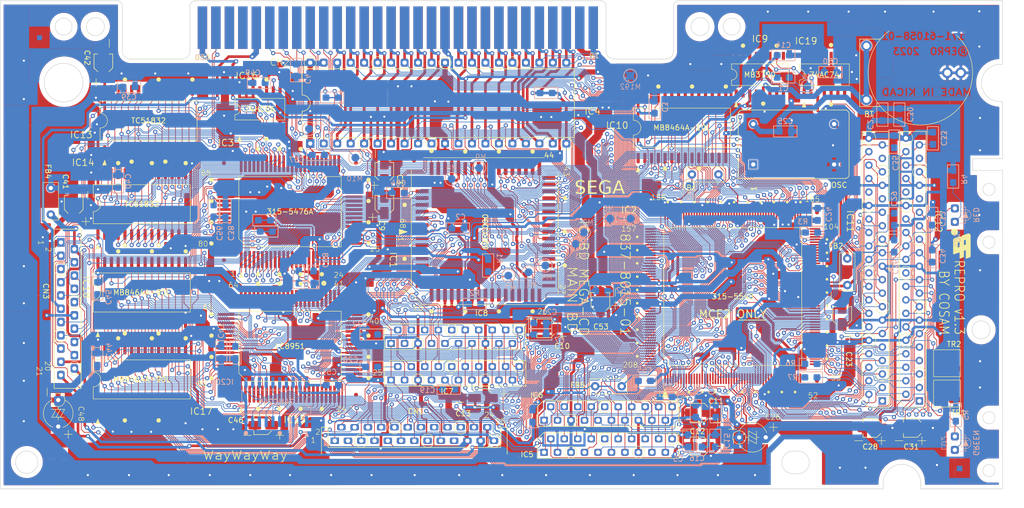
<source format=kicad_pcb>
(kicad_pcb
	(version 20241229)
	(generator "pcbnew")
	(generator_version "9.0")
	(general
		(thickness 1.6)
		(legacy_teardrops no)
	)
	(paper "A4")
	(layers
		(0 "F.Cu" signal)
		(4 "In1.Cu" signal)
		(6 "In2.Cu" signal)
		(2 "B.Cu" signal)
		(9 "F.Adhes" user "F.Adhesive")
		(11 "B.Adhes" user "B.Adhesive")
		(13 "F.Paste" user)
		(15 "B.Paste" user)
		(5 "F.SilkS" user "F.Silkscreen")
		(7 "B.SilkS" user "B.Silkscreen")
		(1 "F.Mask" user)
		(3 "B.Mask" user)
		(17 "Dwgs.User" user "User.Drawings")
		(19 "Cmts.User" user "User.Comments")
		(21 "Eco1.User" user "User.Eco1")
		(23 "Eco2.User" user "User.Eco2")
		(25 "Edge.Cuts" user)
		(27 "Margin" user)
		(31 "F.CrtYd" user "F.Courtyard")
		(29 "B.CrtYd" user "B.Courtyard")
		(35 "F.Fab" user)
		(33 "B.Fab" user)
		(39 "User.1" user)
		(41 "User.2" user)
		(43 "User.3" user)
		(45 "User.4" user)
		(47 "User.5" user)
		(49 "User.6" user)
		(51 "User.7" user)
		(53 "User.8" user)
		(55 "User.9" user)
	)
	(setup
		(stackup
			(layer "F.SilkS"
				(type "Top Silk Screen")
			)
			(layer "F.Paste"
				(type "Top Solder Paste")
			)
			(layer "F.Mask"
				(type "Top Solder Mask")
				(thickness 0.01)
			)
			(layer "F.Cu"
				(type "copper")
				(thickness 0.035)
			)
			(layer "dielectric 1"
				(type "prepreg")
				(thickness 0.1)
				(material "FR4")
				(epsilon_r 4.5)
				(loss_tangent 0.02)
			)
			(layer "In1.Cu"
				(type "copper")
				(thickness 0.035)
			)
			(layer "dielectric 2"
				(type "core")
				(thickness 1.24)
				(material "FR4")
				(epsilon_r 4.5)
				(loss_tangent 0.02)
			)
			(layer "In2.Cu"
				(type "copper")
				(thickness 0.035)
			)
			(layer "dielectric 3"
				(type "prepreg")
				(thickness 0.1)
				(material "FR4")
				(epsilon_r 4.5)
				(loss_tangent 0.02)
			)
			(layer "B.Cu"
				(type "copper")
				(thickness 0.035)
			)
			(layer "B.Mask"
				(type "Bottom Solder Mask")
				(thickness 0.01)
			)
			(layer "B.Paste"
				(type "Bottom Solder Paste")
			)
			(layer "B.SilkS"
				(type "Bottom Silk Screen")
			)
			(copper_finish "None")
			(dielectric_constraints no)
		)
		(pad_to_mask_clearance 0)
		(allow_soldermask_bridges_in_footprints no)
		(tenting front back)
		(grid_origin 86.233 87.249)
		(pcbplotparams
			(layerselection 0x00000000_00000000_55555555_5755f5ff)
			(plot_on_all_layers_selection 0x00000000_00000000_00000000_00000000)
			(disableapertmacros no)
			(usegerberextensions yes)
			(usegerberattributes no)
			(usegerberadvancedattributes no)
			(creategerberjobfile no)
			(dashed_line_dash_ratio 12.000000)
			(dashed_line_gap_ratio 3.000000)
			(svgprecision 4)
			(plotframeref no)
			(mode 1)
			(useauxorigin no)
			(hpglpennumber 1)
			(hpglpenspeed 20)
			(hpglpendiameter 15.000000)
			(pdf_front_fp_property_popups yes)
			(pdf_back_fp_property_popups yes)
			(pdf_metadata yes)
			(pdf_single_document no)
			(dxfpolygonmode yes)
			(dxfimperialunits yes)
			(dxfusepcbnewfont yes)
			(psnegative no)
			(psa4output no)
			(plot_black_and_white yes)
			(sketchpadsonfab no)
			(plotpadnumbers no)
			(hidednponfab no)
			(sketchdnponfab yes)
			(crossoutdnponfab yes)
			(subtractmaskfromsilk yes)
			(outputformat 1)
			(mirror no)
			(drillshape 0)
			(scaleselection 1)
			(outputdirectory "main-bd-837-8015-01-gerbers-pcbway/")
		)
	)
	(net 0 "")
	(net 1 "Net-(BT1-+)")
	(net 2 "GND")
	(net 3 "Net-(IC9-CT)")
	(net 4 "VCC2")
	(net 5 "Net-(IC10-VCC)")
	(net 6 "LRCKB")
	(net 7 "25M")
	(net 8 "CDCK")
	(net 9 "Net-(CN1-Pin_2)")
	(net 10 "Net-(CN1-Pin_3)")
	(net 11 "Net-(CN1-Pin_5)")
	(net 12 "Net-(CN1-Pin_6)")
	(net 13 "Net-(CN1-Pin_7)")
	(net 14 "Net-(CN1-Pin_8)")
	(net 15 "Net-(CN1-Pin_9)")
	(net 16 "Net-(CN1-Pin_10)")
	(net 17 "BCLK")
	(net 18 "SDATA")
	(net 19 "LRCK")
	(net 20 "DFCK")
	(net 21 "unconnected-(CN1-Pin_15-Pad15)")
	(net 22 "unconnected-(CN1-Pin_16-Pad16)")
	(net 23 "Net-(CN1-Pin_17)")
	(net 24 "SBSO")
	(net 25 "unconnected-(CN1-Pin_19-Pad19)")
	(net 26 "SCOR")
	(net 27 "WFCK")
	(net 28 "M.VCC")
	(net 29 "M.GND")
	(net 30 "Net-(CN3-Pin_19)")
	(net 31 "~{ERES}")
	(net 32 "BCLKB")
	(net 33 "DFCKB")
	(net 34 "DDATA")
	(net 35 "ATT")
	(net 36 "SHFT")
	(net 37 "LATCH")
	(net 38 "VCC")
	(net 39 "PDATA")
	(net 40 "PWCLK")
	(net 41 "PBCLK")
	(net 42 "PLRCK")
	(net 43 "SL2")
	(net 44 "SR2")
	(net 45 "12M")
	(net 46 "Net-(IC2-12M)")
	(net 47 "50M")
	(net 48 "Net-(IC2-25M)")
	(net 49 "D4")
	(net 50 "D3")
	(net 51 "D2")
	(net 52 "D1")
	(net 53 "D0")
	(net 54 "~{AS}")
	(net 55 "~{UDS}")
	(net 56 "~{LDS}")
	(net 57 "R{slash}~{W}")
	(net 58 "~{DTAK}")
	(net 59 "unconnected-(IC1-BG-Pad11)")
	(net 60 "unconnected-(IC1-NC-Pad18)")
	(net 61 "~{HALT}")
	(net 62 "~{RES}")
	(net 63 "unconnected-(IC1-VMA-Pad21)")
	(net 64 "~{VPA}")
	(net 65 "unconnected-(IC1-FC2-Pad28)")
	(net 66 "FC1")
	(net 67 "FC0")
	(net 68 "unconnected-(IC1-NC-Pad31)")
	(net 69 "A1")
	(net 70 "A2")
	(net 71 "A3")
	(net 72 "A4")
	(net 73 "A5")
	(net 74 "A6")
	(net 75 "A7")
	(net 76 "A8")
	(net 77 "A9")
	(net 78 "A10")
	(net 79 "A11")
	(net 80 "A12")
	(net 81 "A13")
	(net 82 "A14")
	(net 83 "A15")
	(net 84 "A16")
	(net 85 "A17")
	(net 86 "A18")
	(net 87 "A19")
	(net 88 "unconnected-(IC1-A20-Pad51)")
	(net 89 "unconnected-(IC1-A21-Pad53)")
	(net 90 "unconnected-(IC1-A22-Pad54)")
	(net 91 "unconnected-(IC1-A23-Pad55)")
	(net 92 "D15")
	(net 93 "D14")
	(net 94 "D13")
	(net 95 "D12")
	(net 96 "D11")
	(net 97 "D10")
	(net 98 "D9")
	(net 99 "D8")
	(net 100 "D7")
	(net 101 "D6")
	(net 102 "D5")
	(net 103 "~{BRAM}")
	(net 104 "~{BROM}")
	(net 105 "~{ROM}")
	(net 106 "~{CAS0}")
	(net 107 "~{LWR}")
	(net 108 "~{UWR}")
	(net 109 "~{ASEL}")
	(net 110 "~{CAS2}")
	(net 111 "~{FDC}")
	(net 112 "FRES")
	(net 113 "Net-(IC11-A0)")
	(net 114 "Net-(IC11-A1)")
	(net 115 "Net-(IC11-A2)")
	(net 116 "Net-(IC11-A3)")
	(net 117 "Net-(IC11-A4)")
	(net 118 "Net-(IC11-A5)")
	(net 119 "Net-(IC11-A6)")
	(net 120 "Net-(IC11-A7)")
	(net 121 "Net-(IC11-D8)")
	(net 122 "Net-(IC11-D9)")
	(net 123 "Net-(IC11-D10)")
	(net 124 "Net-(IC11-D11)")
	(net 125 "Net-(IC11-D12)")
	(net 126 "Net-(IC11-D13)")
	(net 127 "Net-(IC11-D14)")
	(net 128 "Net-(IC11-D15)")
	(net 129 "~{ERAS}")
	(net 130 "~{ECAS}")
	(net 131 "~{EOE}")
	(net 132 "~{ORAS}")
	(net 133 "~{OCAS}")
	(net 134 "~{OOE}")
	(net 135 "~{OWE}")
	(net 136 "Net-(IC12-A0)")
	(net 137 "Net-(IC12-A1)")
	(net 138 "Net-(IC12-A2)")
	(net 139 "Net-(IC12-A3)")
	(net 140 "Net-(IC12-A4)")
	(net 141 "Net-(IC12-A5)")
	(net 142 "Net-(IC12-A6)")
	(net 143 "Net-(IC12-A7)")
	(net 144 "Net-(IC12-D8)")
	(net 145 "Net-(IC12-D9)")
	(net 146 "Net-(IC12-D10)")
	(net 147 "Net-(IC12-D11)")
	(net 148 "Net-(IC12-D12)")
	(net 149 "Net-(IC12-D13)")
	(net 150 "Net-(IC12-D14)")
	(net 151 "Net-(IC12-D15)")
	(net 152 "Net-(IC2-LEDR)")
	(net 153 "Net-(IC2-LEDG)")
	(net 154 "WFCKD")
	(net 155 "SCORB")
	(net 156 "SBSOB")
	(net 157 "SDATAB")
	(net 158 "CDCKD")
	(net 159 "~{PCM}")
	(net 160 "~{DTEN}")
	(net 161 "~{WAIT}")
	(net 162 "~{HRD}")
	(net 163 "~{INT}")
	(net 164 "~{CDC}")
	(net 165 "~{COE}")
	(net 166 "C2LR")
	(net 167 "PA8")
	(net 168 "PA7")
	(net 169 "PA6")
	(net 170 "PA5")
	(net 171 "PA4")
	(net 172 "PA3")
	(net 173 "PA2")
	(net 174 "PA1")
	(net 175 "PA0")
	(net 176 "~{PRAS}")
	(net 177 "~{PCAS}")
	(net 178 "~{CUWE}")
	(net 179 "VA1")
	(net 180 "VA2")
	(net 181 "VA3")
	(net 182 "VA4")
	(net 183 "VA5")
	(net 184 "VA6")
	(net 185 "VA7")
	(net 186 "VA8")
	(net 187 "VA9")
	(net 188 "VA10")
	(net 189 "VA11")
	(net 190 "VA12")
	(net 191 "VA13")
	(net 192 "VA14")
	(net 193 "VA15")
	(net 194 "VA16")
	(net 195 "VA17")
	(net 196 "VD0")
	(net 197 "VD1")
	(net 198 "VD2")
	(net 199 "VD3")
	(net 200 "VD4")
	(net 201 "VD5")
	(net 202 "VD6")
	(net 203 "VD7")
	(net 204 "VD8")
	(net 205 "VD9")
	(net 206 "VD10")
	(net 207 "VD11")
	(net 208 "VD12")
	(net 209 "VD13")
	(net 210 "VD14")
	(net 211 "VD15")
	(net 212 "unconnected-(IC3-N.C.-Pad11)")
	(net 213 "unconnected-(IC3-N.C.-Pad20)")
	(net 214 "unconnected-(IC3-SHL-Pad29)")
	(net 215 "unconnected-(IC3-SHR-Pad30)")
	(net 216 "unconnected-(IC3-DAC7-Pad31)")
	(net 217 "unconnected-(IC3-DAC6-Pad32)")
	(net 218 "unconnected-(IC3-DAC5-Pad33)")
	(net 219 "unconnected-(IC3-DAC4-Pad34)")
	(net 220 "unconnected-(IC3-DAC3-Pad37)")
	(net 221 "unconnected-(IC3-DAC7L-Pad38)")
	(net 222 "unconnected-(IC3-DAC7R-Pad39)")
	(net 223 "unconnected-(IC3-RAMAX-Pad42)")
	(net 224 "/WD7")
	(net 225 "/WD6")
	(net 226 "/WD5")
	(net 227 "/WD4")
	(net 228 "/WD3")
	(net 229 "/WD2")
	(net 230 "/WD1")
	(net 231 "/WD0")
	(net 232 "/RA14")
	(net 233 "/RA13")
	(net 234 "/RA12")
	(net 235 "/RA11")
	(net 236 "/RA10")
	(net 237 "/RA9")
	(net 238 "/RA8")
	(net 239 "~{RAS2X}")
	(net 240 "~{CLWEX}")
	(net 241 "~{RCS1X}")
	(net 242 "Net-(IC13-~{WE})")
	(net 243 "/RA7")
	(net 244 "/RA6")
	(net 245 "/RA5")
	(net 246 "/RA4")
	(net 247 "unconnected-(IC3-XOUT-Pad71)")
	(net 248 "/RA3")
	(net 249 "/RA2")
	(net 250 "/RA1")
	(net 251 "/RA0")
	(net 252 "unconnected-(IC5-N.C.-Pad10)")
	(net 253 "unconnected-(IC6-N.C.-Pad10)")
	(net 254 "unconnected-(IC7-N.C.-Pad10)")
	(net 255 "unconnected-(IC8-N.C.-Pad10)")
	(net 256 "unconnected-(IC9-~{ALARM1}-Pad6)")
	(net 257 "unconnected-(IC9-~{ALARM2}-Pad7)")
	(net 258 "unconnected-(IC9-RESET-Pad9)")
	(net 259 "Net-(IC10-CS2)")
	(net 260 "unconnected-(IC9-VSENSE-Pad12)")
	(net 261 "~{EWE}")
	(net 262 "/RAA6")
	(net 263 "/RAA7")
	(net 264 "/RAA8")
	(net 265 "/RAA9")
	(net 266 "/RAA10")
	(net 267 "/RAA11")
	(net 268 "/RAA12")
	(net 269 "unconnected-(IC15-RA14-Pad10)")
	(net 270 "unconnected-(IC15-RA15-Pad11)")
	(net 271 "Net-(IC15-~{RWE})")
	(net 272 "Net-(IC15-~{ROE})")
	(net 273 "unconnected-(IC15-ERA-Pad15)")
	(net 274 "/CD7")
	(net 275 "/CD6")
	(net 276 "/CD5")
	(net 277 "/CD4")
	(net 278 "/CD3")
	(net 279 "/CD2")
	(net 280 "/CD1")
	(net 281 "/CD0")
	(net 282 "unconnected-(IC15-XTAL-Pad26)")
	(net 283 "unconnected-(IC15-MCK-Pad37)")
	(net 284 "unconnected-(IC15-~{STEN}-Pad60)")
	(net 285 "unconnected-(IC15-~{EOP}-Pad61)")
	(net 286 "Net-(IC15-~{RCS})")
	(net 287 "unconnected-(IC15-~{HDE}-Pad63)")
	(net 288 "/RAA0")
	(net 289 "/RAA1")
	(net 290 "/RAA2")
	(net 291 "/RAA3")
	(net 292 "/RAA4")
	(net 293 "/RAA5")
	(net 294 "unconnected-(CN2-Pin_a2-Pada2)")
	(net 295 "Net-(LD1-K)")
	(net 296 "Net-(LD1-A)")
	(net 297 "Net-(LD2-K)")
	(net 298 "Net-(LD2-A)")
	(net 299 "unconnected-(OSC1-EN-Pad1)")
	(net 300 "Net-(TR2-B)")
	(net 301 "Net-(TR1-B)")
	(net 302 "unconnected-(CN2-Pin_a27-Pada27)")
	(net 303 "unconnected-(CN2-Pin_a28-Pada28)")
	(net 304 "unconnected-(CN2-Pin_b24-Padb24)")
	(net 305 "unconnected-(CN2-Pin_b25-Padb25)")
	(net 306 "unconnected-(CN2-Pin_b27-Padb27)")
	(net 307 "unconnected-(CN2-Pin_b28-Padb28)")
	(net 308 "~{RCS2X}")
	(net 309 "~{ROE}")
	(net 310 "~{RAACS1}")
	(net 311 "BCK")
	(net 312 "~{RAACS2}")
	(net 313 "unconnected-(IC11-N.C.-Pad1)")
	(net 314 "unconnected-(IC12-N.C.-Pad1)")
	(net 315 "E")
	(net 316 "~{IPL2}")
	(net 317 "~{IPL1}")
	(net 318 "~{IPL0}")
	(net 319 "unconnected-(IC12-N.C.-Pad20)")
	(net 320 "unconnected-(IC12-N.C.-Pad31)")
	(net 321 "unconnected-(IC12-N.C.-Pad32)")
	(net 322 "unconnected-(IC12-N.C.-Pad37)")
	(net 323 "unconnected-(IC9-N.C.-Pad1)")
	(net 324 "unconnected-(IC9-N.C.-Pad15)")
	(net 325 "unconnected-(IC10-N.C.-Pad1)")
	(net 326 "unconnected-(IC11-N.C.-Pad20)")
	(net 327 "unconnected-(IC11-N.C.-Pad31)")
	(net 328 "unconnected-(IC11-N.C.-Pad32)")
	(net 329 "unconnected-(IC11-N.C.-Pad37)")
	(net 330 "unconnected-(IC17-N.C.-Pad1)")
	(net 331 "unconnected-(IC18-N.C.-Pad1)")
	(net 332 "Net-(OSC1-OUT)")
	(net 333 "~{RAS2}")
	(net 334 "~{CLWE}")
	(net 335 "unconnected-(IC16-Pad11)")
	(net 336 "unconnected-(IC19A-~{Q}-Pad6)")
	(net 337 "unconnected-(IC19B-~{Q}-Pad8)")
	(net 338 "unconnected-(IC19B-Q-Pad9)")
	(net 339 "unconnected-(IC9-VBAT1-Pad2)")
	(footprint "Oscillator:Oscillator_DIP-14" (layer "F.Cu") (at 187.6298 76.581))
	(footprint "MegaCD_Footprints:ZIP-40" (layer "F.Cu") (at 211.963 121.158 180))
	(footprint "MegaCD_Footprints:FB_P5.00mm" (layer "F.Cu") (at 176.0766 78.4606))
	(footprint "MegaCD_Footprints:SOIC-14W_5.3mm_P1.27mm" (layer "F.Cu") (at 201.676 59.6706 90))
	(footprint "MegaCD_Footprints:FB_P5.00mm" (layer "F.Cu") (at 162.8394 118.3894 180))
	(footprint "MegaCD_Footprints:CP_Elec_3x5.4" (layer "F.Cu") (at 177.4966 129.7178 180))
	(footprint "MegaCD_Footprints:CON-25P-ANGLE" (layer "F.Cu") (at 108.758 128.651))
	(footprint "MegaCD_Footprints:SOIC-28Wider" (layer "F.Cu") (at 174.1932 69.6468 90))
	(footprint "MegaCD_Footprints:ZIP-20" (layer "F.Cu") (at 119.38 117.221 90))
	(footprint "MegaCD_Footprints:CP_Elec_3x5.4" (layer "F.Cu") (at 59.563 84.223 90))
	(footprint "MegaCD_Footprints:FB_P5.00mm" (layer "F.Cu") (at 55.245 81.026 -90))
	(footprint "MegaCD_Footprints:CP_Elec_3x5.4" (layer "F.Cu") (at 177.5446 123.3678 180))
	(footprint "MegaCD_Footprints:C_Radial_5mm" (layer "F.Cu") (at 56.642 123.4802 -90))
	(footprint "MegaCD_Footprints:CP_Elec_3x5.4" (layer "F.Cu") (at 148.6154 107.4674 180))
	(footprint "MegaCD_Footprints:CP_Elec_3x5.4" (layer "F.Cu") (at 136.7042 120.6246 180))
	(footprint "MegaCD_Footprints:ZIP-40" (layer "F.Cu") (at 218.948 121.158 180))
	(footprint "MegaCD_Footprints:PQFP-80_14x20mm_P0.8mm_long_pads" (layer "F.Cu") (at 100.323 110.849 90))
	(footprint "MegaCD_Footprints:CON-21P" (layer "F.Cu") (at 57.15 91.279 -90))
	(footprint "MegaCD_Footprints:CP_Elec_3x5.4" (layer "F.Cu") (at 65.151 57.531 90))
	(footprint "MegaCD_Footprints:SOIC-14W_5.3mm_P1.27mm" (layer "F.Cu") (at 95.2754 66.167 90))
	(footprint "MegaCD_Footprints:SOT-23-Wide"
		(layer "F.Cu")
		(uuid "935fc39a-22bb-40ab-bed3-9041be9c895a")
		(at 224.155 114.046 90)
		(descr "SOT, 3 Pin (https://www.jedec.org/system/files/docs/to-236h.pdf variant AB), generated with kicad-footprint-generator ipc_gullwing_generator.py")
		(tags "SOT TO_SOT_SMD")
		(property "Reference" "TR2"
			(at 3.5814 1.3208 180)
			(layer "F.SilkS")
			(uuid "5660ffcc-31af-487b-b185-a0fdea70c819")
			(effects
				(font
					(size 1 1)
					(thickness 0.15)
				)
			)
		)
		(property "Value" "C1623"
			(at 0 2.4 90)
			(layer "F.Fab")
			(uuid "4df3971e-dde3-4f20-920a-8dadd77d3213")
			(effects
				(font
					(size 1 1)
					(thickness 0.15)
				)
			)
		)
		(property "Datasheet" ""
			(at 0 0 90)
			(layer "F.Fab")
			(hide yes)
			(uuid "12a87a27-3087-446d-894a-897c690d793c")
			(effects
				(font
					(size 1.27 1.27)
					(thickness 0.15)
				)
			)
		)
		(property "Description" "Bipolar transistor symbol for simulation only, substrate tied to the emitter"
			(at 0 0 90)
			(layer "F.Fab")
			(hide yes)
			(uuid "040bc8f8-8b39-4a69-a14a-3c49146e7da6")
			(effects
				(font
					(size 1.27 1.27)
					(thickness 0.15)
				)
			)
		)
		(property "Sim.Device" "NPN"
			(at 338.201 -110.109 0)
			(layer "F.Fab")
			(hide yes)
			(uuid "6ad635e1-6f45-40e6-9de0-9031853ebc76")
			(effects
				(font
					(size 1 1)
					(thickness 0.15)
				)
			)
		)
		(property "Sim.Pins" "1=B 2=E 3=C"
			(at 338.201 -110.109 0)
			(layer "F.Fab")
			(hide yes)
			(uuid "bf230e18-654a-4290-9155-96ed19ff0d2b")
			(effects
				(font
					(size 1 1)
					(thickness 0.15)
				)
			)
		)
		(property "Sim.Type" "GUMMELPOON"
			(at 338.201 -110.109 0)
			(layer "F.Fab")
			(hide yes)
			(uuid "dae59f22-1fc1-451a-b91c-55cd7531d4c2")
			(effects
				(font
					(size 1 1)
					(thickness 0.15)
				)
			)
		)
		(path "/cd76e401-8e05-47d4-b9a2-7c395a0b1732")
		(sheetfile "MegaCD.kicad_sch")
		(attr smd)
		(fp_rect
			(start -2.54 -2.54)
			(end 2.54 2.54)
			(stroke
				(width 0.1)
				(type solid)
			)
			(fill no)
			(layer "F.SilkS")
			(uuid "626d6182-6ec1-46ae-85c4-fa765c5ca1d3")
		)
		(fp_line
			(start 1.92 -1.7)
			(end -1.92 -1.7)
			(stroke
				(width 0.05)
				(type solid)
			)
			(layer "F.CrtYd")
			(uuid "b1b5b2d7-fd57-4b21-8468-ab2773b026fd")
		)
		(fp_line
			(start -1.92 -1.7)
			(end -1.92 1.7)
			(stroke
				(width 0.05)
				(type solid)
			)
			(layer "F.CrtYd")
			(uuid "fea75804-cd0e-4cd5-93bf-af5b861c3b3e")
		)
		(fp_line
			(start 1.92 1.7)
			(end 1.92 -1.7)
			(stroke
				(width 0.05)
				(type solid)
			)
			(layer "F.CrtYd")
			(uuid "6a25a2ac-2c33-4237-81a5-3f16e170dc29")
		)
		(fp_line
			(start -1.92 1.7)
			(end 1.92 1.7)
			(stroke
				(width 0.05)
				(type solid)
			)
			(layer "F.CrtYd")
			(uuid "22f7a445-6da4-47f5-bf1a-89454b76ef53")
		)
		(fp_line
			(start 0.65 -1.45)
			(end 0.65 1.45)
			(stroke
				(width 0.1)
				(type solid)
			)
			(layer "F.Fab")
			(uuid "47ce78f9-f947-47d3-93bd-d7018ddaeb38")
		)
		(fp_line
			(start -0.325 -1.45)
			(end 0.65 -1.45)
			(stroke
				(width 0.1)
				(type solid)
			)
			(layer "F.Fab")
			(uuid "73a023fc-2ff0-4c59-a0da-3425494aaa97")
		)
		(fp_line
			(start -0.65 -1.125)
			(end -0.325 -1.45)
			(stroke
				(width 0.1)
				(type solid)
			)
			(layer "F.Fab")
			(uuid "e09d4605-e897-4b75-a60f-fcf5496fef8d")
		)
		(fp_line
			(start 0.65 1.45)
			(end -0.65 1.45)
			(stroke
				(width 0.1)
				(type solid)
			)
			(layer "F.Fab")
			(uuid "733bfffb-4ff3-4e2a-b3d8-c6b121aab4d6")
		)
		(fp_line
			(start -0.65 1.45)
			(end -0.65 -1.125)
			(stroke
				(width 0.1)
				(type solid)
			)
			(layer "F.Fab")
			(uuid "23dfe2ee-7b59-46fa-8fd5-353c43dc9a2f")
		)
		(fp_text user "${REFERENCE}"
			(at 0 0 90)
			(layer "F.Fab")
			(uuid "161fba02-3563-4c40-9123-24a4d46d3626")
			(effects
				(font
					(size 0.32 0.32)
					(thickness 0.05)
				)
			)
		)
		(pad "1" smd roundrect
			(at -1.016 -0.95 90)
			(size 1.5 1.2)
			(layers "F.Cu" "F.Mask" "F.Paste")
			(roundrect_rratio 0.25)
			(net 300 "Net-(TR2-B)")
			(pinfunction "B")
			(pintype "input")
			(uuid "097ce5c4-13bb-4eac-bda8-0527e6b96799")
		)
		(pad "2" smd roundrect
			(at -1.016 0.95 90)
			(size 1.5 1.2)
			(layers "F.Cu" "F.Mask" "F.Paste")
			(roundrect_rratio 0.25)
			(net 2 "GND")
			(pinfunction "E")
			(pintype "open_emitter")
			(uuid "492381e3-a4a8-418e-945e-040110c8501a")
		)
		(pad "3" smd roundrect
			(at 1.016 0 90)
			(size 1.5 1.2)
			(layers "F.Cu" "F.Mask" "F.Paste")
			(roundrect_rratio 0.25)
			(net 295 "Net-(LD1-K
... [12740304 chars truncated]
</source>
